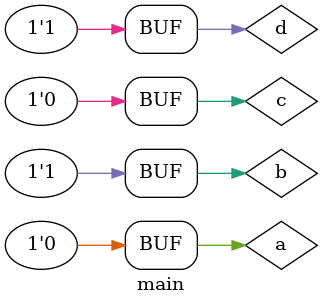
<source format=v>
module main;

wire    a;
reg     b;
reg     c, d;

assign a = b ? c : d;

initial begin
`ifdef DUMP
        $dumpfile( "cond1.vcd" );
        $dumpvars( 0, main );
`endif
        b = 1'b1;
        c = 1'b0;
        d = 1'b1;
	#5;
        c = 1'b1;
        d = 1'b0;
        #5;
        b = 1'b0;
        #5;
        c = 1'b0;
        d = 1'b1;
	#5;
	b = 1'b1;
	#5;
end

endmodule

</source>
